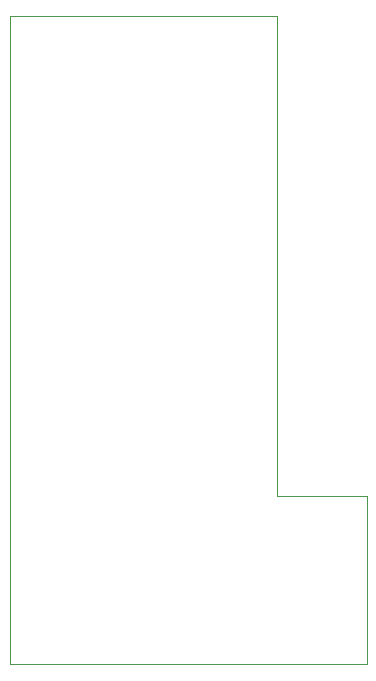
<source format=gbr>
%TF.GenerationSoftware,KiCad,Pcbnew,7.0.2-0*%
%TF.CreationDate,2024-12-31T08:54:24-08:00*%
%TF.ProjectId,rev2_x_ay_interposer,72657632-5f78-45f6-9179-5f696e746572,1.0*%
%TF.SameCoordinates,Original*%
%TF.FileFunction,Profile,NP*%
%FSLAX46Y46*%
G04 Gerber Fmt 4.6, Leading zero omitted, Abs format (unit mm)*
G04 Created by KiCad (PCBNEW 7.0.2-0) date 2024-12-31 08:54:24*
%MOMM*%
%LPD*%
G01*
G04 APERTURE LIST*
%TA.AperFunction,Profile*%
%ADD10C,0.100000*%
%TD*%
G04 APERTURE END LIST*
D10*
X157480000Y-77216000D02*
X165100000Y-77216000D01*
X165100000Y-91440000D01*
X134874000Y-91440000D01*
X134874000Y-36576000D01*
X157480000Y-36576000D01*
X157480000Y-77216000D01*
M02*

</source>
